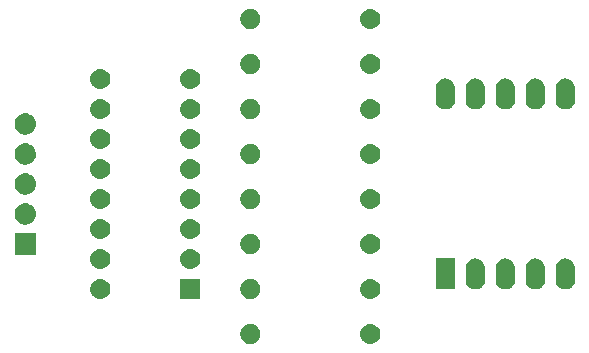
<source format=gbr>
G04 #@! TF.GenerationSoftware,KiCad,Pcbnew,(5.0.1-3-g963ef8bb5)*
G04 #@! TF.CreationDate,2018-11-27T14:44:22+08:00*
G04 #@! TF.ProjectId,SevenSegmentDisplayBoard,536576656E5365676D656E7444697370,1.0*
G04 #@! TF.SameCoordinates,Original*
G04 #@! TF.FileFunction,Soldermask,Bot*
G04 #@! TF.FilePolarity,Negative*
%FSLAX46Y46*%
G04 Gerber Fmt 4.6, Leading zero omitted, Abs format (unit mm)*
G04 Created by KiCad (PCBNEW (5.0.1-3-g963ef8bb5)) date 2018 November 27, Tuesday 14:44:22*
%MOMM*%
%LPD*%
G01*
G04 APERTURE LIST*
%ADD10C,0.100000*%
G04 APERTURE END LIST*
D10*
G36*
X162726821Y-93141313D02*
X162726824Y-93141314D01*
X162726825Y-93141314D01*
X162887239Y-93189975D01*
X162887241Y-93189976D01*
X162887244Y-93189977D01*
X163035078Y-93268995D01*
X163164659Y-93375341D01*
X163271005Y-93504922D01*
X163350023Y-93652756D01*
X163350024Y-93652759D01*
X163350025Y-93652761D01*
X163398686Y-93813175D01*
X163398687Y-93813179D01*
X163415117Y-93980000D01*
X163398687Y-94146821D01*
X163398686Y-94146824D01*
X163398686Y-94146825D01*
X163373993Y-94228228D01*
X163350023Y-94307244D01*
X163271005Y-94455078D01*
X163164659Y-94584659D01*
X163035078Y-94691005D01*
X162887244Y-94770023D01*
X162887241Y-94770024D01*
X162887239Y-94770025D01*
X162726825Y-94818686D01*
X162726824Y-94818686D01*
X162726821Y-94818687D01*
X162601804Y-94831000D01*
X162518196Y-94831000D01*
X162393179Y-94818687D01*
X162393176Y-94818686D01*
X162393175Y-94818686D01*
X162232761Y-94770025D01*
X162232759Y-94770024D01*
X162232756Y-94770023D01*
X162084922Y-94691005D01*
X161955341Y-94584659D01*
X161848995Y-94455078D01*
X161769977Y-94307244D01*
X161746008Y-94228228D01*
X161721314Y-94146825D01*
X161721314Y-94146824D01*
X161721313Y-94146821D01*
X161704883Y-93980000D01*
X161721313Y-93813179D01*
X161721314Y-93813175D01*
X161769975Y-93652761D01*
X161769976Y-93652759D01*
X161769977Y-93652756D01*
X161848995Y-93504922D01*
X161955341Y-93375341D01*
X162084922Y-93268995D01*
X162232756Y-93189977D01*
X162232759Y-93189976D01*
X162232761Y-93189975D01*
X162393175Y-93141314D01*
X162393176Y-93141314D01*
X162393179Y-93141313D01*
X162518196Y-93129000D01*
X162601804Y-93129000D01*
X162726821Y-93141313D01*
X162726821Y-93141313D01*
G37*
G36*
X152648228Y-93161703D02*
X152803100Y-93225853D01*
X152942481Y-93318985D01*
X153061015Y-93437519D01*
X153154147Y-93576900D01*
X153218297Y-93731772D01*
X153251000Y-93896184D01*
X153251000Y-94063816D01*
X153218297Y-94228228D01*
X153154147Y-94383100D01*
X153061015Y-94522481D01*
X152942481Y-94641015D01*
X152803100Y-94734147D01*
X152648228Y-94798297D01*
X152483816Y-94831000D01*
X152316184Y-94831000D01*
X152151772Y-94798297D01*
X151996900Y-94734147D01*
X151857519Y-94641015D01*
X151738985Y-94522481D01*
X151645853Y-94383100D01*
X151581703Y-94228228D01*
X151549000Y-94063816D01*
X151549000Y-93896184D01*
X151581703Y-93731772D01*
X151645853Y-93576900D01*
X151738985Y-93437519D01*
X151857519Y-93318985D01*
X151996900Y-93225853D01*
X152151772Y-93161703D01*
X152316184Y-93129000D01*
X152483816Y-93129000D01*
X152648228Y-93161703D01*
X152648228Y-93161703D01*
G37*
G36*
X162726821Y-89331313D02*
X162726824Y-89331314D01*
X162726825Y-89331314D01*
X162887239Y-89379975D01*
X162887241Y-89379976D01*
X162887244Y-89379977D01*
X163035078Y-89458995D01*
X163164659Y-89565341D01*
X163271005Y-89694922D01*
X163350023Y-89842756D01*
X163350024Y-89842759D01*
X163350025Y-89842761D01*
X163390946Y-89977659D01*
X163398687Y-90003179D01*
X163415117Y-90170000D01*
X163398687Y-90336821D01*
X163398686Y-90336824D01*
X163398686Y-90336825D01*
X163373993Y-90418228D01*
X163350023Y-90497244D01*
X163271005Y-90645078D01*
X163164659Y-90774659D01*
X163035078Y-90881005D01*
X162887244Y-90960023D01*
X162887241Y-90960024D01*
X162887239Y-90960025D01*
X162726825Y-91008686D01*
X162726824Y-91008686D01*
X162726821Y-91008687D01*
X162601804Y-91021000D01*
X162518196Y-91021000D01*
X162393179Y-91008687D01*
X162393176Y-91008686D01*
X162393175Y-91008686D01*
X162232761Y-90960025D01*
X162232759Y-90960024D01*
X162232756Y-90960023D01*
X162084922Y-90881005D01*
X161955341Y-90774659D01*
X161848995Y-90645078D01*
X161769977Y-90497244D01*
X161746008Y-90418228D01*
X161721314Y-90336825D01*
X161721314Y-90336824D01*
X161721313Y-90336821D01*
X161704883Y-90170000D01*
X161721313Y-90003179D01*
X161729054Y-89977659D01*
X161769975Y-89842761D01*
X161769976Y-89842759D01*
X161769977Y-89842756D01*
X161848995Y-89694922D01*
X161955341Y-89565341D01*
X162084922Y-89458995D01*
X162232756Y-89379977D01*
X162232759Y-89379976D01*
X162232761Y-89379975D01*
X162393175Y-89331314D01*
X162393176Y-89331314D01*
X162393179Y-89331313D01*
X162518196Y-89319000D01*
X162601804Y-89319000D01*
X162726821Y-89331313D01*
X162726821Y-89331313D01*
G37*
G36*
X152648228Y-89351703D02*
X152803100Y-89415853D01*
X152942481Y-89508985D01*
X153061015Y-89627519D01*
X153154147Y-89766900D01*
X153218297Y-89921772D01*
X153251000Y-90086184D01*
X153251000Y-90253816D01*
X153218297Y-90418228D01*
X153154147Y-90573100D01*
X153061015Y-90712481D01*
X152942481Y-90831015D01*
X152803100Y-90924147D01*
X152648228Y-90988297D01*
X152483816Y-91021000D01*
X152316184Y-91021000D01*
X152151772Y-90988297D01*
X151996900Y-90924147D01*
X151857519Y-90831015D01*
X151738985Y-90712481D01*
X151645853Y-90573100D01*
X151581703Y-90418228D01*
X151549000Y-90253816D01*
X151549000Y-90086184D01*
X151581703Y-89921772D01*
X151645853Y-89766900D01*
X151738985Y-89627519D01*
X151857519Y-89508985D01*
X151996900Y-89415853D01*
X152151772Y-89351703D01*
X152316184Y-89319000D01*
X152483816Y-89319000D01*
X152648228Y-89351703D01*
X152648228Y-89351703D01*
G37*
G36*
X148171000Y-91021000D02*
X146469000Y-91021000D01*
X146469000Y-89319000D01*
X148171000Y-89319000D01*
X148171000Y-91021000D01*
X148171000Y-91021000D01*
G37*
G36*
X139866821Y-89331313D02*
X139866824Y-89331314D01*
X139866825Y-89331314D01*
X140027239Y-89379975D01*
X140027241Y-89379976D01*
X140027244Y-89379977D01*
X140175078Y-89458995D01*
X140304659Y-89565341D01*
X140411005Y-89694922D01*
X140490023Y-89842756D01*
X140490024Y-89842759D01*
X140490025Y-89842761D01*
X140530946Y-89977659D01*
X140538687Y-90003179D01*
X140555117Y-90170000D01*
X140538687Y-90336821D01*
X140538686Y-90336824D01*
X140538686Y-90336825D01*
X140513993Y-90418228D01*
X140490023Y-90497244D01*
X140411005Y-90645078D01*
X140304659Y-90774659D01*
X140175078Y-90881005D01*
X140027244Y-90960023D01*
X140027241Y-90960024D01*
X140027239Y-90960025D01*
X139866825Y-91008686D01*
X139866824Y-91008686D01*
X139866821Y-91008687D01*
X139741804Y-91021000D01*
X139658196Y-91021000D01*
X139533179Y-91008687D01*
X139533176Y-91008686D01*
X139533175Y-91008686D01*
X139372761Y-90960025D01*
X139372759Y-90960024D01*
X139372756Y-90960023D01*
X139224922Y-90881005D01*
X139095341Y-90774659D01*
X138988995Y-90645078D01*
X138909977Y-90497244D01*
X138886008Y-90418228D01*
X138861314Y-90336825D01*
X138861314Y-90336824D01*
X138861313Y-90336821D01*
X138844883Y-90170000D01*
X138861313Y-90003179D01*
X138869054Y-89977659D01*
X138909975Y-89842761D01*
X138909976Y-89842759D01*
X138909977Y-89842756D01*
X138988995Y-89694922D01*
X139095341Y-89565341D01*
X139224922Y-89458995D01*
X139372756Y-89379977D01*
X139372759Y-89379976D01*
X139372761Y-89379975D01*
X139533175Y-89331314D01*
X139533176Y-89331314D01*
X139533179Y-89331313D01*
X139658196Y-89319000D01*
X139741804Y-89319000D01*
X139866821Y-89331313D01*
X139866821Y-89331313D01*
G37*
G36*
X171609375Y-87598764D02*
X171711542Y-87629756D01*
X171762627Y-87645252D01*
X171838120Y-87685605D01*
X171903863Y-87720745D01*
X171903865Y-87720746D01*
X171903864Y-87720746D01*
X172027659Y-87822341D01*
X172129255Y-87946135D01*
X172204748Y-88087372D01*
X172210119Y-88105078D01*
X172251236Y-88240624D01*
X172251236Y-88240626D01*
X172263000Y-88360066D01*
X172263000Y-89439934D01*
X172259079Y-89479747D01*
X172251236Y-89559376D01*
X172230565Y-89627519D01*
X172204748Y-89712628D01*
X172129255Y-89853865D01*
X172027659Y-89977659D01*
X171903865Y-90079255D01*
X171762628Y-90154748D01*
X171712348Y-90170000D01*
X171609376Y-90201236D01*
X171450000Y-90216933D01*
X171290625Y-90201236D01*
X171187653Y-90170000D01*
X171137373Y-90154748D01*
X170996136Y-90079255D01*
X170872342Y-89977659D01*
X170770746Y-89853865D01*
X170695253Y-89712628D01*
X170669436Y-89627519D01*
X170648765Y-89559376D01*
X170640922Y-89479747D01*
X170637001Y-89439934D01*
X170637000Y-88360067D01*
X170648764Y-88240627D01*
X170648764Y-88240625D01*
X170679756Y-88138458D01*
X170695252Y-88087373D01*
X170735605Y-88011880D01*
X170770745Y-87946137D01*
X170872341Y-87822341D01*
X170903437Y-87796821D01*
X170996135Y-87720745D01*
X171137372Y-87645252D01*
X171188457Y-87629756D01*
X171290624Y-87598764D01*
X171450000Y-87583067D01*
X171609375Y-87598764D01*
X171609375Y-87598764D01*
G37*
G36*
X174149375Y-87598764D02*
X174251542Y-87629756D01*
X174302627Y-87645252D01*
X174378120Y-87685605D01*
X174443863Y-87720745D01*
X174443865Y-87720746D01*
X174443864Y-87720746D01*
X174567659Y-87822341D01*
X174669255Y-87946135D01*
X174744748Y-88087372D01*
X174750119Y-88105078D01*
X174791236Y-88240624D01*
X174791236Y-88240626D01*
X174803000Y-88360066D01*
X174803000Y-89439934D01*
X174799079Y-89479747D01*
X174791236Y-89559376D01*
X174770565Y-89627519D01*
X174744748Y-89712628D01*
X174669255Y-89853865D01*
X174567659Y-89977659D01*
X174443865Y-90079255D01*
X174302628Y-90154748D01*
X174252348Y-90170000D01*
X174149376Y-90201236D01*
X173990000Y-90216933D01*
X173830625Y-90201236D01*
X173727653Y-90170000D01*
X173677373Y-90154748D01*
X173536136Y-90079255D01*
X173412342Y-89977659D01*
X173310746Y-89853865D01*
X173235253Y-89712628D01*
X173209436Y-89627519D01*
X173188765Y-89559376D01*
X173180922Y-89479747D01*
X173177001Y-89439934D01*
X173177000Y-88360067D01*
X173188764Y-88240627D01*
X173188764Y-88240625D01*
X173219756Y-88138458D01*
X173235252Y-88087373D01*
X173275605Y-88011880D01*
X173310745Y-87946137D01*
X173412341Y-87822341D01*
X173443437Y-87796821D01*
X173536135Y-87720745D01*
X173677372Y-87645252D01*
X173728457Y-87629756D01*
X173830624Y-87598764D01*
X173990000Y-87583067D01*
X174149375Y-87598764D01*
X174149375Y-87598764D01*
G37*
G36*
X176689375Y-87598764D02*
X176791542Y-87629756D01*
X176842627Y-87645252D01*
X176918120Y-87685605D01*
X176983863Y-87720745D01*
X176983865Y-87720746D01*
X176983864Y-87720746D01*
X177107659Y-87822341D01*
X177209255Y-87946135D01*
X177284748Y-88087372D01*
X177290119Y-88105078D01*
X177331236Y-88240624D01*
X177331236Y-88240626D01*
X177343000Y-88360066D01*
X177343000Y-89439934D01*
X177339079Y-89479747D01*
X177331236Y-89559376D01*
X177310565Y-89627519D01*
X177284748Y-89712628D01*
X177209255Y-89853865D01*
X177107659Y-89977659D01*
X176983865Y-90079255D01*
X176842628Y-90154748D01*
X176792348Y-90170000D01*
X176689376Y-90201236D01*
X176530000Y-90216933D01*
X176370625Y-90201236D01*
X176267653Y-90170000D01*
X176217373Y-90154748D01*
X176076136Y-90079255D01*
X175952342Y-89977659D01*
X175850746Y-89853865D01*
X175775253Y-89712628D01*
X175749436Y-89627519D01*
X175728765Y-89559376D01*
X175720922Y-89479747D01*
X175717001Y-89439934D01*
X175717000Y-88360067D01*
X175728764Y-88240627D01*
X175728764Y-88240625D01*
X175759756Y-88138458D01*
X175775252Y-88087373D01*
X175815605Y-88011880D01*
X175850745Y-87946137D01*
X175952341Y-87822341D01*
X175983437Y-87796821D01*
X176076135Y-87720745D01*
X176217372Y-87645252D01*
X176268457Y-87629756D01*
X176370624Y-87598764D01*
X176530000Y-87583067D01*
X176689375Y-87598764D01*
X176689375Y-87598764D01*
G37*
G36*
X179229375Y-87598764D02*
X179331542Y-87629756D01*
X179382627Y-87645252D01*
X179458120Y-87685605D01*
X179523863Y-87720745D01*
X179523865Y-87720746D01*
X179523864Y-87720746D01*
X179647659Y-87822341D01*
X179749255Y-87946135D01*
X179824748Y-88087372D01*
X179830119Y-88105078D01*
X179871236Y-88240624D01*
X179871236Y-88240626D01*
X179883000Y-88360066D01*
X179883000Y-89439934D01*
X179879079Y-89479747D01*
X179871236Y-89559376D01*
X179850565Y-89627519D01*
X179824748Y-89712628D01*
X179749255Y-89853865D01*
X179647659Y-89977659D01*
X179523865Y-90079255D01*
X179382628Y-90154748D01*
X179332348Y-90170000D01*
X179229376Y-90201236D01*
X179070000Y-90216933D01*
X178910625Y-90201236D01*
X178807653Y-90170000D01*
X178757373Y-90154748D01*
X178616136Y-90079255D01*
X178492342Y-89977659D01*
X178390746Y-89853865D01*
X178315253Y-89712628D01*
X178289436Y-89627519D01*
X178268765Y-89559376D01*
X178260922Y-89479747D01*
X178257001Y-89439934D01*
X178257000Y-88360067D01*
X178268764Y-88240627D01*
X178268764Y-88240625D01*
X178299756Y-88138458D01*
X178315252Y-88087373D01*
X178355605Y-88011880D01*
X178390745Y-87946137D01*
X178492341Y-87822341D01*
X178523437Y-87796821D01*
X178616135Y-87720745D01*
X178757372Y-87645252D01*
X178808457Y-87629756D01*
X178910624Y-87598764D01*
X179070000Y-87583067D01*
X179229375Y-87598764D01*
X179229375Y-87598764D01*
G37*
G36*
X169723000Y-90213000D02*
X168097000Y-90213000D01*
X168097000Y-87587000D01*
X169723000Y-87587000D01*
X169723000Y-90213000D01*
X169723000Y-90213000D01*
G37*
G36*
X147486821Y-86791313D02*
X147486824Y-86791314D01*
X147486825Y-86791314D01*
X147647239Y-86839975D01*
X147647241Y-86839976D01*
X147647244Y-86839977D01*
X147795078Y-86918995D01*
X147924659Y-87025341D01*
X148031005Y-87154922D01*
X148110023Y-87302756D01*
X148158687Y-87463179D01*
X148175117Y-87630000D01*
X148158687Y-87796821D01*
X148158686Y-87796824D01*
X148158686Y-87796825D01*
X148113393Y-87946137D01*
X148110023Y-87957244D01*
X148031005Y-88105078D01*
X147924659Y-88234659D01*
X147795078Y-88341005D01*
X147647244Y-88420023D01*
X147647241Y-88420024D01*
X147647239Y-88420025D01*
X147486825Y-88468686D01*
X147486824Y-88468686D01*
X147486821Y-88468687D01*
X147361804Y-88481000D01*
X147278196Y-88481000D01*
X147153179Y-88468687D01*
X147153176Y-88468686D01*
X147153175Y-88468686D01*
X146992761Y-88420025D01*
X146992759Y-88420024D01*
X146992756Y-88420023D01*
X146844922Y-88341005D01*
X146715341Y-88234659D01*
X146608995Y-88105078D01*
X146529977Y-87957244D01*
X146526608Y-87946137D01*
X146481314Y-87796825D01*
X146481314Y-87796824D01*
X146481313Y-87796821D01*
X146464883Y-87630000D01*
X146481313Y-87463179D01*
X146529977Y-87302756D01*
X146608995Y-87154922D01*
X146715341Y-87025341D01*
X146844922Y-86918995D01*
X146992756Y-86839977D01*
X146992759Y-86839976D01*
X146992761Y-86839975D01*
X147153175Y-86791314D01*
X147153176Y-86791314D01*
X147153179Y-86791313D01*
X147278196Y-86779000D01*
X147361804Y-86779000D01*
X147486821Y-86791313D01*
X147486821Y-86791313D01*
G37*
G36*
X139866821Y-86791313D02*
X139866824Y-86791314D01*
X139866825Y-86791314D01*
X140027239Y-86839975D01*
X140027241Y-86839976D01*
X140027244Y-86839977D01*
X140175078Y-86918995D01*
X140304659Y-87025341D01*
X140411005Y-87154922D01*
X140490023Y-87302756D01*
X140538687Y-87463179D01*
X140555117Y-87630000D01*
X140538687Y-87796821D01*
X140538686Y-87796824D01*
X140538686Y-87796825D01*
X140493393Y-87946137D01*
X140490023Y-87957244D01*
X140411005Y-88105078D01*
X140304659Y-88234659D01*
X140175078Y-88341005D01*
X140027244Y-88420023D01*
X140027241Y-88420024D01*
X140027239Y-88420025D01*
X139866825Y-88468686D01*
X139866824Y-88468686D01*
X139866821Y-88468687D01*
X139741804Y-88481000D01*
X139658196Y-88481000D01*
X139533179Y-88468687D01*
X139533176Y-88468686D01*
X139533175Y-88468686D01*
X139372761Y-88420025D01*
X139372759Y-88420024D01*
X139372756Y-88420023D01*
X139224922Y-88341005D01*
X139095341Y-88234659D01*
X138988995Y-88105078D01*
X138909977Y-87957244D01*
X138906608Y-87946137D01*
X138861314Y-87796825D01*
X138861314Y-87796824D01*
X138861313Y-87796821D01*
X138844883Y-87630000D01*
X138861313Y-87463179D01*
X138909977Y-87302756D01*
X138988995Y-87154922D01*
X139095341Y-87025341D01*
X139224922Y-86918995D01*
X139372756Y-86839977D01*
X139372759Y-86839976D01*
X139372761Y-86839975D01*
X139533175Y-86791314D01*
X139533176Y-86791314D01*
X139533179Y-86791313D01*
X139658196Y-86779000D01*
X139741804Y-86779000D01*
X139866821Y-86791313D01*
X139866821Y-86791313D01*
G37*
G36*
X134251000Y-87261000D02*
X132449000Y-87261000D01*
X132449000Y-85459000D01*
X134251000Y-85459000D01*
X134251000Y-87261000D01*
X134251000Y-87261000D01*
G37*
G36*
X162726821Y-85521313D02*
X162726824Y-85521314D01*
X162726825Y-85521314D01*
X162887239Y-85569975D01*
X162887241Y-85569976D01*
X162887244Y-85569977D01*
X163035078Y-85648995D01*
X163164659Y-85755341D01*
X163271005Y-85884922D01*
X163350023Y-86032756D01*
X163350024Y-86032759D01*
X163350025Y-86032761D01*
X163398686Y-86193175D01*
X163398687Y-86193179D01*
X163415117Y-86360000D01*
X163398687Y-86526821D01*
X163398686Y-86526824D01*
X163398686Y-86526825D01*
X163373993Y-86608228D01*
X163350023Y-86687244D01*
X163271005Y-86835078D01*
X163164659Y-86964659D01*
X163035078Y-87071005D01*
X162887244Y-87150023D01*
X162887241Y-87150024D01*
X162887239Y-87150025D01*
X162726825Y-87198686D01*
X162726824Y-87198686D01*
X162726821Y-87198687D01*
X162601804Y-87211000D01*
X162518196Y-87211000D01*
X162393179Y-87198687D01*
X162393176Y-87198686D01*
X162393175Y-87198686D01*
X162232761Y-87150025D01*
X162232759Y-87150024D01*
X162232756Y-87150023D01*
X162084922Y-87071005D01*
X161955341Y-86964659D01*
X161848995Y-86835078D01*
X161769977Y-86687244D01*
X161746008Y-86608228D01*
X161721314Y-86526825D01*
X161721314Y-86526824D01*
X161721313Y-86526821D01*
X161704883Y-86360000D01*
X161721313Y-86193179D01*
X161721314Y-86193175D01*
X161769975Y-86032761D01*
X161769976Y-86032759D01*
X161769977Y-86032756D01*
X161848995Y-85884922D01*
X161955341Y-85755341D01*
X162084922Y-85648995D01*
X162232756Y-85569977D01*
X162232759Y-85569976D01*
X162232761Y-85569975D01*
X162393175Y-85521314D01*
X162393176Y-85521314D01*
X162393179Y-85521313D01*
X162518196Y-85509000D01*
X162601804Y-85509000D01*
X162726821Y-85521313D01*
X162726821Y-85521313D01*
G37*
G36*
X152648228Y-85541703D02*
X152803100Y-85605853D01*
X152942481Y-85698985D01*
X153061015Y-85817519D01*
X153154147Y-85956900D01*
X153218297Y-86111772D01*
X153251000Y-86276184D01*
X153251000Y-86443816D01*
X153218297Y-86608228D01*
X153154147Y-86763100D01*
X153061015Y-86902481D01*
X152942481Y-87021015D01*
X152803100Y-87114147D01*
X152648228Y-87178297D01*
X152483816Y-87211000D01*
X152316184Y-87211000D01*
X152151772Y-87178297D01*
X151996900Y-87114147D01*
X151857519Y-87021015D01*
X151738985Y-86902481D01*
X151645853Y-86763100D01*
X151581703Y-86608228D01*
X151549000Y-86443816D01*
X151549000Y-86276184D01*
X151581703Y-86111772D01*
X151645853Y-85956900D01*
X151738985Y-85817519D01*
X151857519Y-85698985D01*
X151996900Y-85605853D01*
X152151772Y-85541703D01*
X152316184Y-85509000D01*
X152483816Y-85509000D01*
X152648228Y-85541703D01*
X152648228Y-85541703D01*
G37*
G36*
X139866821Y-84251313D02*
X139866824Y-84251314D01*
X139866825Y-84251314D01*
X140027239Y-84299975D01*
X140027241Y-84299976D01*
X140027244Y-84299977D01*
X140175078Y-84378995D01*
X140304659Y-84485341D01*
X140411005Y-84614922D01*
X140490023Y-84762756D01*
X140538687Y-84923179D01*
X140555117Y-85090000D01*
X140538687Y-85256821D01*
X140490023Y-85417244D01*
X140411005Y-85565078D01*
X140304659Y-85694659D01*
X140175078Y-85801005D01*
X140027244Y-85880023D01*
X140027241Y-85880024D01*
X140027239Y-85880025D01*
X139866825Y-85928686D01*
X139866824Y-85928686D01*
X139866821Y-85928687D01*
X139741804Y-85941000D01*
X139658196Y-85941000D01*
X139533179Y-85928687D01*
X139533176Y-85928686D01*
X139533175Y-85928686D01*
X139372761Y-85880025D01*
X139372759Y-85880024D01*
X139372756Y-85880023D01*
X139224922Y-85801005D01*
X139095341Y-85694659D01*
X138988995Y-85565078D01*
X138909977Y-85417244D01*
X138861313Y-85256821D01*
X138844883Y-85090000D01*
X138861313Y-84923179D01*
X138909977Y-84762756D01*
X138988995Y-84614922D01*
X139095341Y-84485341D01*
X139224922Y-84378995D01*
X139372756Y-84299977D01*
X139372759Y-84299976D01*
X139372761Y-84299975D01*
X139533175Y-84251314D01*
X139533176Y-84251314D01*
X139533179Y-84251313D01*
X139658196Y-84239000D01*
X139741804Y-84239000D01*
X139866821Y-84251313D01*
X139866821Y-84251313D01*
G37*
G36*
X147486821Y-84251313D02*
X147486824Y-84251314D01*
X147486825Y-84251314D01*
X147647239Y-84299975D01*
X147647241Y-84299976D01*
X147647244Y-84299977D01*
X147795078Y-84378995D01*
X147924659Y-84485341D01*
X148031005Y-84614922D01*
X148110023Y-84762756D01*
X148158687Y-84923179D01*
X148175117Y-85090000D01*
X148158687Y-85256821D01*
X148110023Y-85417244D01*
X148031005Y-85565078D01*
X147924659Y-85694659D01*
X147795078Y-85801005D01*
X147647244Y-85880023D01*
X147647241Y-85880024D01*
X147647239Y-85880025D01*
X147486825Y-85928686D01*
X147486824Y-85928686D01*
X147486821Y-85928687D01*
X147361804Y-85941000D01*
X147278196Y-85941000D01*
X147153179Y-85928687D01*
X147153176Y-85928686D01*
X147153175Y-85928686D01*
X146992761Y-85880025D01*
X146992759Y-85880024D01*
X146992756Y-85880023D01*
X146844922Y-85801005D01*
X146715341Y-85694659D01*
X146608995Y-85565078D01*
X146529977Y-85417244D01*
X146481313Y-85256821D01*
X146464883Y-85090000D01*
X146481313Y-84923179D01*
X146529977Y-84762756D01*
X146608995Y-84614922D01*
X146715341Y-84485341D01*
X146844922Y-84378995D01*
X146992756Y-84299977D01*
X146992759Y-84299976D01*
X146992761Y-84299975D01*
X147153175Y-84251314D01*
X147153176Y-84251314D01*
X147153179Y-84251313D01*
X147278196Y-84239000D01*
X147361804Y-84239000D01*
X147486821Y-84251313D01*
X147486821Y-84251313D01*
G37*
G36*
X133460443Y-82925519D02*
X133526627Y-82932037D01*
X133639853Y-82966384D01*
X133696467Y-82983557D01*
X133774146Y-83025078D01*
X133852991Y-83067222D01*
X133883769Y-83092481D01*
X133990186Y-83179814D01*
X134073448Y-83281271D01*
X134102778Y-83317009D01*
X134102779Y-83317011D01*
X134186443Y-83473533D01*
X134186443Y-83473534D01*
X134237963Y-83643373D01*
X134255359Y-83820000D01*
X134237963Y-83996627D01*
X134203616Y-84109853D01*
X134186443Y-84166467D01*
X134115080Y-84299975D01*
X134102778Y-84322991D01*
X134073448Y-84358729D01*
X133990186Y-84460186D01*
X133888729Y-84543448D01*
X133852991Y-84572778D01*
X133852989Y-84572779D01*
X133696467Y-84656443D01*
X133639853Y-84673616D01*
X133526627Y-84707963D01*
X133460443Y-84714481D01*
X133394260Y-84721000D01*
X133305740Y-84721000D01*
X133239557Y-84714481D01*
X133173373Y-84707963D01*
X133060147Y-84673616D01*
X133003533Y-84656443D01*
X132847011Y-84572779D01*
X132847009Y-84572778D01*
X132811271Y-84543448D01*
X132709814Y-84460186D01*
X132626552Y-84358729D01*
X132597222Y-84322991D01*
X132584920Y-84299975D01*
X132513557Y-84166467D01*
X132496384Y-84109853D01*
X132462037Y-83996627D01*
X132444641Y-83820000D01*
X132462037Y-83643373D01*
X132513557Y-83473534D01*
X132513557Y-83473533D01*
X132597221Y-83317011D01*
X132597222Y-83317009D01*
X132626552Y-83281271D01*
X132709814Y-83179814D01*
X132816231Y-83092481D01*
X132847009Y-83067222D01*
X132925854Y-83025078D01*
X133003533Y-82983557D01*
X133060147Y-82966384D01*
X133173373Y-82932037D01*
X133239557Y-82925519D01*
X133305740Y-82919000D01*
X133394260Y-82919000D01*
X133460443Y-82925519D01*
X133460443Y-82925519D01*
G37*
G36*
X147486821Y-81711313D02*
X147486824Y-81711314D01*
X147486825Y-81711314D01*
X147647239Y-81759975D01*
X147647241Y-81759976D01*
X147647244Y-81759977D01*
X147795078Y-81838995D01*
X147924659Y-81945341D01*
X148031005Y-82074922D01*
X148110023Y-82222756D01*
X148110024Y-82222759D01*
X148110025Y-82222761D01*
X148158686Y-82383175D01*
X148158687Y-82383179D01*
X148175117Y-82550000D01*
X148158687Y-82716821D01*
X148158686Y-82716824D01*
X148158686Y-82716825D01*
X148133993Y-82798228D01*
X148110023Y-82877244D01*
X148031005Y-83025078D01*
X147924659Y-83154659D01*
X147795078Y-83261005D01*
X147647244Y-83340023D01*
X147647241Y-83340024D01*
X147647239Y-83340025D01*
X147486825Y-83388686D01*
X147486824Y-83388686D01*
X147486821Y-83388687D01*
X147361804Y-83401000D01*
X147278196Y-83401000D01*
X147153179Y-83388687D01*
X147153176Y-83388686D01*
X147153175Y-83388686D01*
X146992761Y-83340025D01*
X146992759Y-83340024D01*
X146992756Y-83340023D01*
X146844922Y-83261005D01*
X146715341Y-83154659D01*
X146608995Y-83025078D01*
X146529977Y-82877244D01*
X146506008Y-82798228D01*
X146481314Y-82716825D01*
X146481314Y-82716824D01*
X146481313Y-82716821D01*
X146464883Y-82550000D01*
X146481313Y-82383179D01*
X146481314Y-82383175D01*
X146529975Y-82222761D01*
X146529976Y-82222759D01*
X146529977Y-82222756D01*
X146608995Y-82074922D01*
X146715341Y-81945341D01*
X146844922Y-81838995D01*
X146992756Y-81759977D01*
X146992759Y-81759976D01*
X146992761Y-81759975D01*
X147153175Y-81711314D01*
X147153176Y-81711314D01*
X147153179Y-81711313D01*
X147278196Y-81699000D01*
X147361804Y-81699000D01*
X147486821Y-81711313D01*
X147486821Y-81711313D01*
G37*
G36*
X139866821Y-81711313D02*
X139866824Y-81711314D01*
X139866825Y-81711314D01*
X140027239Y-81759975D01*
X140027241Y-81759976D01*
X140027244Y-81759977D01*
X140175078Y-81838995D01*
X140304659Y-81945341D01*
X140411005Y-82074922D01*
X140490023Y-82222756D01*
X140490024Y-82222759D01*
X140490025Y-82222761D01*
X140538686Y-82383175D01*
X140538687Y-82383179D01*
X140555117Y-82550000D01*
X140538687Y-82716821D01*
X140538686Y-82716824D01*
X140538686Y-82716825D01*
X140513993Y-82798228D01*
X140490023Y-82877244D01*
X140411005Y-83025078D01*
X140304659Y-83154659D01*
X140175078Y-83261005D01*
X140027244Y-83340023D01*
X140027241Y-83340024D01*
X140027239Y-83340025D01*
X139866825Y-83388686D01*
X139866824Y-83388686D01*
X139866821Y-83388687D01*
X139741804Y-83401000D01*
X139658196Y-83401000D01*
X139533179Y-83388687D01*
X139533176Y-83388686D01*
X139533175Y-83388686D01*
X139372761Y-83340025D01*
X139372759Y-83340024D01*
X139372756Y-83340023D01*
X139224922Y-83261005D01*
X139095341Y-83154659D01*
X138988995Y-83025078D01*
X138909977Y-82877244D01*
X138886008Y-82798228D01*
X138861314Y-82716825D01*
X138861314Y-82716824D01*
X138861313Y-82716821D01*
X138844883Y-82550000D01*
X138861313Y-82383179D01*
X138861314Y-82383175D01*
X138909975Y-82222761D01*
X138909976Y-82222759D01*
X138909977Y-82222756D01*
X138988995Y-82074922D01*
X139095341Y-81945341D01*
X139224922Y-81838995D01*
X139372756Y-81759977D01*
X139372759Y-81759976D01*
X139372761Y-81759975D01*
X139533175Y-81711314D01*
X139533176Y-81711314D01*
X139533179Y-81711313D01*
X139658196Y-81699000D01*
X139741804Y-81699000D01*
X139866821Y-81711313D01*
X139866821Y-81711313D01*
G37*
G36*
X152648228Y-81731703D02*
X152803100Y-81795853D01*
X152942481Y-81888985D01*
X153061015Y-82007519D01*
X153154147Y-82146900D01*
X153218297Y-82301772D01*
X153251000Y-82466184D01*
X153251000Y-82633816D01*
X153218297Y-82798228D01*
X153154147Y-82953100D01*
X153061015Y-83092481D01*
X152942481Y-83211015D01*
X152803100Y-83304147D01*
X152648228Y-83368297D01*
X152483816Y-83401000D01*
X152316184Y-83401000D01*
X152151772Y-83368297D01*
X151996900Y-83304147D01*
X151857519Y-83211015D01*
X151738985Y-83092481D01*
X151645853Y-82953100D01*
X151581703Y-82798228D01*
X151549000Y-82633816D01*
X151549000Y-82466184D01*
X151581703Y-82301772D01*
X151645853Y-82146900D01*
X151738985Y-82007519D01*
X151857519Y-81888985D01*
X151996900Y-81795853D01*
X152151772Y-81731703D01*
X152316184Y-81699000D01*
X152483816Y-81699000D01*
X152648228Y-81731703D01*
X152648228Y-81731703D01*
G37*
G36*
X162726821Y-81711313D02*
X162726824Y-81711314D01*
X162726825Y-81711314D01*
X162887239Y-81759975D01*
X162887241Y-81759976D01*
X162887244Y-81759977D01*
X163035078Y-81838995D01*
X163164659Y-81945341D01*
X163271005Y-82074922D01*
X163350023Y-82222756D01*
X163350024Y-82222759D01*
X163350025Y-82222761D01*
X163398686Y-82383175D01*
X163398687Y-82383179D01*
X163415117Y-82550000D01*
X163398687Y-82716821D01*
X163398686Y-82716824D01*
X163398686Y-82716825D01*
X163373993Y-82798228D01*
X163350023Y-82877244D01*
X163271005Y-83025078D01*
X163164659Y-83154659D01*
X163035078Y-83261005D01*
X162887244Y-83340023D01*
X162887241Y-83340024D01*
X162887239Y-83340025D01*
X162726825Y-83388686D01*
X162726824Y-83388686D01*
X162726821Y-83388687D01*
X162601804Y-83401000D01*
X162518196Y-83401000D01*
X162393179Y-83388687D01*
X162393176Y-83388686D01*
X162393175Y-83388686D01*
X162232761Y-83340025D01*
X162232759Y-83340024D01*
X162232756Y-83340023D01*
X162084922Y-83261005D01*
X161955341Y-83154659D01*
X161848995Y-83025078D01*
X161769977Y-82877244D01*
X161746008Y-82798228D01*
X161721314Y-82716825D01*
X161721314Y-82716824D01*
X161721313Y-82716821D01*
X161704883Y-82550000D01*
X161721313Y-82383179D01*
X161721314Y-82383175D01*
X161769975Y-82222761D01*
X161769976Y-82222759D01*
X161769977Y-82222756D01*
X161848995Y-82074922D01*
X161955341Y-81945341D01*
X162084922Y-81838995D01*
X162232756Y-81759977D01*
X162232759Y-81759976D01*
X162232761Y-81759975D01*
X162393175Y-81711314D01*
X162393176Y-81711314D01*
X162393179Y-81711313D01*
X162518196Y-81699000D01*
X162601804Y-81699000D01*
X162726821Y-81711313D01*
X162726821Y-81711313D01*
G37*
G36*
X133460442Y-80385518D02*
X133526627Y-80392037D01*
X133639853Y-80426384D01*
X133696467Y-80443557D01*
X133774146Y-80485078D01*
X133852991Y-80527222D01*
X133888729Y-80556552D01*
X133990186Y-80639814D01*
X134073448Y-80741271D01*
X134102778Y-80777009D01*
X134102779Y-80777011D01*
X134186443Y-80933533D01*
X134186443Y-80933534D01*
X134237963Y-81103373D01*
X134255359Y-81280000D01*
X134237963Y-81456627D01*
X134203616Y-81569853D01*
X134186443Y-81626467D01*
X134130192Y-81731703D01*
X134102778Y-81782991D01*
X134073448Y-81818729D01*
X133990186Y-81920186D01*
X133888729Y-82003448D01*
X133852991Y-82032778D01*
X133852989Y-82032779D01*
X133696467Y-82116443D01*
X133639853Y-82133616D01*
X133526627Y-82167963D01*
X133460443Y-82174481D01*
X133394260Y-82181000D01*
X133305740Y-82181000D01*
X133239557Y-82174481D01*
X133173373Y-82167963D01*
X133060147Y-82133616D01*
X133003533Y-82116443D01*
X132847011Y-82032779D01*
X132847009Y-82032778D01*
X132811271Y-82003448D01*
X132709814Y-81920186D01*
X132626552Y-81818729D01*
X132597222Y-81782991D01*
X132569808Y-81731703D01*
X132513557Y-81626467D01*
X132496384Y-81569853D01*
X132462037Y-81456627D01*
X132444641Y-81280000D01*
X132462037Y-81103373D01*
X132513557Y-80933534D01*
X132513557Y-80933533D01*
X132597221Y-80777011D01*
X132597222Y-80777009D01*
X132626552Y-80741271D01*
X132709814Y-80639814D01*
X132811271Y-80556552D01*
X132847009Y-80527222D01*
X132925854Y-80485078D01*
X133003533Y-80443557D01*
X133060147Y-80426384D01*
X133173373Y-80392037D01*
X133239558Y-80385518D01*
X133305740Y-80379000D01*
X133394260Y-80379000D01*
X133460442Y-80385518D01*
X133460442Y-80385518D01*
G37*
G36*
X147486821Y-79171313D02*
X147486824Y-79171314D01*
X147486825Y-79171314D01*
X147647239Y-79219975D01*
X147647241Y-79219976D01*
X147647244Y-79219977D01*
X147795078Y-79298995D01*
X147924659Y-79405341D01*
X148031005Y-79534922D01*
X148110023Y-79682756D01*
X148158687Y-79843179D01*
X148175117Y-80010000D01*
X148158687Y-80176821D01*
X148110023Y-80337244D01*
X148031005Y-80485078D01*
X147924659Y-80614659D01*
X147795078Y-80721005D01*
X147647244Y-80800023D01*
X147647241Y-80800024D01*
X147647239Y-80800025D01*
X147486825Y-80848686D01*
X147486824Y-80848686D01*
X147486821Y-80848687D01*
X147361804Y-80861000D01*
X147278196Y-80861000D01*
X147153179Y-80848687D01*
X147153176Y-80848686D01*
X147153175Y-80848686D01*
X146992761Y-80800025D01*
X146992759Y-80800024D01*
X146992756Y-80800023D01*
X146844922Y-80721005D01*
X146715341Y-80614659D01*
X146608995Y-80485078D01*
X146529977Y-80337244D01*
X146481313Y-80176821D01*
X146464883Y-80010000D01*
X146481313Y-79843179D01*
X146529977Y-79682756D01*
X146608995Y-79534922D01*
X146715341Y-79405341D01*
X146844922Y-79298995D01*
X146992756Y-79219977D01*
X146992759Y-79219976D01*
X146992761Y-79219975D01*
X147153175Y-79171314D01*
X147153176Y-79171314D01*
X147153179Y-79171313D01*
X147278196Y-79159000D01*
X147361804Y-79159000D01*
X147486821Y-79171313D01*
X147486821Y-79171313D01*
G37*
G36*
X139866821Y-79171313D02*
X139866824Y-79171314D01*
X139866825Y-79171314D01*
X140027239Y-79219975D01*
X140027241Y-79219976D01*
X140027244Y-79219977D01*
X140175078Y-79298995D01*
X140304659Y-79405341D01*
X140411005Y-79534922D01*
X140490023Y-79682756D01*
X140538687Y-79843179D01*
X140555117Y-80010000D01*
X140538687Y-80176821D01*
X140490023Y-80337244D01*
X140411005Y-80485078D01*
X140304659Y-80614659D01*
X140175078Y-80721005D01*
X140027244Y-80800023D01*
X140027241Y-80800024D01*
X140027239Y-80800025D01*
X139866825Y-80848686D01*
X139866824Y-80848686D01*
X139866821Y-80848687D01*
X139741804Y-80861000D01*
X139658196Y-80861000D01*
X139533179Y-80848687D01*
X139533176Y-80848686D01*
X139533175Y-80848686D01*
X139372761Y-80800025D01*
X139372759Y-80800024D01*
X139372756Y-80800023D01*
X139224922Y-80721005D01*
X139095341Y-80614659D01*
X138988995Y-80485078D01*
X138909977Y-80337244D01*
X138861313Y-80176821D01*
X138844883Y-80010000D01*
X138861313Y-79843179D01*
X138909977Y-79682756D01*
X138988995Y-79534922D01*
X139095341Y-79405341D01*
X139224922Y-79298995D01*
X139372756Y-79219977D01*
X139372759Y-79219976D01*
X139372761Y-79219975D01*
X139533175Y-79171314D01*
X139533176Y-79171314D01*
X139533179Y-79171313D01*
X139658196Y-79159000D01*
X139741804Y-79159000D01*
X139866821Y-79171313D01*
X139866821Y-79171313D01*
G37*
G36*
X133460443Y-77845519D02*
X133526627Y-77852037D01*
X133639853Y-77886384D01*
X133696467Y-77903557D01*
X133783311Y-77949977D01*
X133852991Y-77987222D01*
X133888729Y-78016552D01*
X133990186Y-78099814D01*
X134070369Y-78197519D01*
X134102778Y-78237009D01*
X134102779Y-78237011D01*
X134186443Y-78393533D01*
X134203616Y-78450147D01*
X134237963Y-78563373D01*
X134255359Y-78740000D01*
X134237963Y-78916627D01*
X134216243Y-78988228D01*
X134186443Y-79086467D01*
X134117698Y-79215078D01*
X134102778Y-79242991D01*
X134073448Y-79278729D01*
X133990186Y-79380186D01*
X133888729Y-79463448D01*
X133852991Y-79492778D01*
X133852989Y-79492779D01*
X133696467Y-79576443D01*
X133689069Y-79578687D01*
X133526627Y-79627963D01*
X133460442Y-79634482D01*
X133394260Y-79641000D01*
X133305740Y-79641000D01*
X133239558Y-79634482D01*
X133173373Y-79627963D01*
X133010931Y-79578687D01*
X133003533Y-79576443D01*
X132847011Y-79492779D01*
X132847009Y-79492778D01*
X132811271Y-79463448D01*
X132709814Y-79380186D01*
X132626552Y-79278729D01*
X132597222Y-79242991D01*
X132582302Y-79215078D01*
X132513557Y-79086467D01*
X132483757Y-78988228D01*
X132462037Y-78916627D01*
X132444641Y-78740000D01*
X132462037Y-78563373D01*
X132496384Y-78450147D01*
X132513557Y-78393533D01*
X132597221Y-78237011D01*
X132597222Y-78237009D01*
X132629631Y-78197519D01*
X132709814Y-78099814D01*
X132811271Y-78016552D01*
X132847009Y-77987222D01*
X132916689Y-77949977D01*
X133003533Y-77903557D01*
X133060147Y-77886384D01*
X133173373Y-77852037D01*
X133239557Y-77845519D01*
X133305740Y-77839000D01*
X133394260Y-77839000D01*
X133460443Y-77845519D01*
X133460443Y-77845519D01*
G37*
G36*
X162726821Y-77901313D02*
X162726824Y-77901314D01*
X162726825Y-77901314D01*
X162887239Y-77949975D01*
X162887241Y-77949976D01*
X162887244Y-77949977D01*
X163035078Y-78028995D01*
X163164659Y-78135341D01*
X163271005Y-78264922D01*
X163350023Y-78412756D01*
X163350024Y-78412759D01*
X163350025Y-78412761D01*
X163395713Y-78563375D01*
X163398687Y-78573179D01*
X163415117Y-78740000D01*
X163398687Y-78906821D01*
X163398686Y-78906824D01*
X163398686Y-78906825D01*
X163373993Y-78988228D01*
X163350023Y-79067244D01*
X163271005Y-79215078D01*
X163164659Y-79344659D01*
X163035078Y-79451005D01*
X162887244Y-79530023D01*
X162887241Y-79530024D01*
X162887239Y-79530025D01*
X162726825Y-79578686D01*
X162726824Y-79578686D01*
X162726821Y-79578687D01*
X162601804Y-79591000D01*
X162518196Y-79591000D01*
X162393179Y-79578687D01*
X162393176Y-79578686D01*
X162393175Y-79578686D01*
X162232761Y-79530025D01*
X162232759Y-79530024D01*
X162232756Y-79530023D01*
X162084922Y-79451005D01*
X161955341Y-79344659D01*
X161848995Y-79215078D01*
X161769977Y-79067244D01*
X161746008Y-78988228D01*
X161721314Y-78906825D01*
X161721314Y-78906824D01*
X161721313Y-78906821D01*
X161704883Y-78740000D01*
X161721313Y-78573179D01*
X161724287Y-78563375D01*
X161769975Y-78412761D01*
X161769976Y-78412759D01*
X161769977Y-78412756D01*
X161848995Y-78264922D01*
X161955341Y-78135341D01*
X162084922Y-78028995D01*
X162232756Y-77949977D01*
X162232759Y-77949976D01*
X162232761Y-77949975D01*
X162393175Y-77901314D01*
X162393176Y-77901314D01*
X162393179Y-77901313D01*
X162518196Y-77889000D01*
X162601804Y-77889000D01*
X162726821Y-77901313D01*
X162726821Y-77901313D01*
G37*
G36*
X152648228Y-77921703D02*
X152803100Y-77985853D01*
X152942481Y-78078985D01*
X153061015Y-78197519D01*
X153154147Y-78336900D01*
X153218297Y-78491772D01*
X153251000Y-78656184D01*
X153251000Y-78823816D01*
X153218297Y-78988228D01*
X153154147Y-79143100D01*
X153061015Y-79282481D01*
X152942481Y-79401015D01*
X152803100Y-79494147D01*
X152648228Y-79558297D01*
X152483816Y-79591000D01*
X152316184Y-79591000D01*
X152151772Y-79558297D01*
X151996900Y-79494147D01*
X151857519Y-79401015D01*
X151738985Y-79282481D01*
X151645853Y-79143100D01*
X151581703Y-78988228D01*
X151549000Y-78823816D01*
X151549000Y-78656184D01*
X151581703Y-78491772D01*
X151645853Y-78336900D01*
X151738985Y-78197519D01*
X151857519Y-78078985D01*
X151996900Y-77985853D01*
X152151772Y-77921703D01*
X152316184Y-77889000D01*
X152483816Y-77889000D01*
X152648228Y-77921703D01*
X152648228Y-77921703D01*
G37*
G36*
X147486821Y-76631313D02*
X147486824Y-76631314D01*
X147486825Y-76631314D01*
X147647239Y-76679975D01*
X147647241Y-76679976D01*
X147647244Y-76679977D01*
X147795078Y-76758995D01*
X147924659Y-76865341D01*
X148031005Y-76994922D01*
X148110023Y-77142756D01*
X148158687Y-77303179D01*
X148175117Y-77470000D01*
X148158687Y-77636821D01*
X148110023Y-77797244D01*
X148031005Y-77945078D01*
X147924659Y-78074659D01*
X147795078Y-78181005D01*
X147647244Y-78260023D01*
X147647241Y-78260024D01*
X147647239Y-78260025D01*
X147486825Y-78308686D01*
X147486824Y-78308686D01*
X147486821Y-78308687D01*
X147361804Y-78321000D01*
X147278196Y-78321000D01*
X147153179Y-78308687D01*
X147153176Y-78308686D01*
X147153175Y-78308686D01*
X146992761Y-78260025D01*
X146992759Y-78260024D01*
X146992756Y-78260023D01*
X146844922Y-78181005D01*
X146715341Y-78074659D01*
X146608995Y-77945078D01*
X146529977Y-77797244D01*
X146481313Y-77636821D01*
X146464883Y-77470000D01*
X146481313Y-77303179D01*
X146529977Y-77142756D01*
X146608995Y-76994922D01*
X146715341Y-76865341D01*
X146844922Y-76758995D01*
X146992756Y-76679977D01*
X146992759Y-76679976D01*
X146992761Y-76679975D01*
X147153175Y-76631314D01*
X147153176Y-76631314D01*
X147153179Y-76631313D01*
X147278196Y-76619000D01*
X147361804Y-76619000D01*
X147486821Y-76631313D01*
X147486821Y-76631313D01*
G37*
G36*
X139866821Y-76631313D02*
X139866824Y-76631314D01*
X139866825Y-76631314D01*
X140027239Y-76679975D01*
X140027241Y-76679976D01*
X140027244Y-76679977D01*
X140175078Y-76758995D01*
X140304659Y-76865341D01*
X140411005Y-76994922D01*
X140490023Y-77142756D01*
X140538687Y-77303179D01*
X140555117Y-77470000D01*
X140538687Y-77636821D01*
X140490023Y-77797244D01*
X140411005Y-77945078D01*
X140304659Y-78074659D01*
X140175078Y-78181005D01*
X140027244Y-78260023D01*
X140027241Y-78260024D01*
X140027239Y-78260025D01*
X139866825Y-78308686D01*
X139866824Y-78308686D01*
X139866821Y-78308687D01*
X139741804Y-78321000D01*
X139658196Y-78321000D01*
X139533179Y-78308687D01*
X139533176Y-78308686D01*
X139533175Y-78308686D01*
X139372761Y-78260025D01*
X139372759Y-78260024D01*
X139372756Y-78260023D01*
X139224922Y-78181005D01*
X139095341Y-78074659D01*
X138988995Y-77945078D01*
X138909977Y-77797244D01*
X138861313Y-77636821D01*
X138844883Y-77470000D01*
X138861313Y-77303179D01*
X138909977Y-77142756D01*
X138988995Y-76994922D01*
X139095341Y-76865341D01*
X139224922Y-76758995D01*
X139372756Y-76679977D01*
X139372759Y-76679976D01*
X139372761Y-76679975D01*
X139533175Y-76631314D01*
X139533176Y-76631314D01*
X139533179Y-76631313D01*
X139658196Y-76619000D01*
X139741804Y-76619000D01*
X139866821Y-76631313D01*
X139866821Y-76631313D01*
G37*
G36*
X133460442Y-75305518D02*
X133526627Y-75312037D01*
X133639853Y-75346384D01*
X133696467Y-75363557D01*
X133774146Y-75405078D01*
X133852991Y-75447222D01*
X133883769Y-75472481D01*
X133990186Y-75559814D01*
X134073448Y-75661271D01*
X134102778Y-75697009D01*
X134102779Y-75697011D01*
X134186443Y-75853533D01*
X134186443Y-75853534D01*
X134237963Y-76023373D01*
X134255359Y-76200000D01*
X134237963Y-76376627D01*
X134203616Y-76489853D01*
X134186443Y-76546467D01*
X134115080Y-76679975D01*
X134102778Y-76702991D01*
X134073448Y-76738729D01*
X133990186Y-76840186D01*
X133888729Y-76923448D01*
X133852991Y-76952778D01*
X133852989Y-76952779D01*
X133696467Y-77036443D01*
X133639853Y-77053616D01*
X133526627Y-77087963D01*
X133460442Y-77094482D01*
X133394260Y-77101000D01*
X133305740Y-77101000D01*
X133239558Y-77094482D01*
X133173373Y-77087963D01*
X133060147Y-77053616D01*
X133003533Y-77036443D01*
X132847011Y-76952779D01*
X132847009Y-76952778D01*
X132811271Y-76923448D01*
X132709814Y-76840186D01*
X132626552Y-76738729D01*
X132597222Y-76702991D01*
X132584920Y-76679975D01*
X132513557Y-76546467D01*
X132496384Y-76489853D01*
X132462037Y-76376627D01*
X132444641Y-76200000D01*
X132462037Y-76023373D01*
X132513557Y-75853534D01*
X132513557Y-75853533D01*
X132597221Y-75697011D01*
X132597222Y-75697009D01*
X132626552Y-75661271D01*
X132709814Y-75559814D01*
X132816231Y-75472481D01*
X132847009Y-75447222D01*
X132925854Y-75405078D01*
X133003533Y-75363557D01*
X133060147Y-75346384D01*
X133173373Y-75312037D01*
X133239558Y-75305518D01*
X133305740Y-75299000D01*
X133394260Y-75299000D01*
X133460442Y-75305518D01*
X133460442Y-75305518D01*
G37*
G36*
X139866821Y-74091313D02*
X139866824Y-74091314D01*
X139866825Y-74091314D01*
X140027239Y-74139975D01*
X140027241Y-74139976D01*
X140027244Y-74139977D01*
X140175078Y-74218995D01*
X140304659Y-74325341D01*
X140411005Y-74454922D01*
X140490023Y-74602756D01*
X140490024Y-74602759D01*
X140490025Y-74602761D01*
X140530946Y-74737659D01*
X140538687Y-74763179D01*
X140555117Y-74930000D01*
X140538687Y-75096821D01*
X140538686Y-75096824D01*
X140538686Y-75096825D01*
X140513993Y-75178228D01*
X140490023Y-75257244D01*
X140411005Y-75405078D01*
X140304659Y-75534659D01*
X140175078Y-75641005D01*
X140027244Y-75720023D01*
X140027241Y-75720024D01*
X140027239Y-75720025D01*
X139866825Y-75768686D01*
X139866824Y-75768686D01*
X139866821Y-75768687D01*
X139741804Y-75781000D01*
X139658196Y-75781000D01*
X139533179Y-75768687D01*
X139533176Y-75768686D01*
X139533175Y-75768686D01*
X139372761Y-75720025D01*
X139372759Y-75720024D01*
X139372756Y-75720023D01*
X139224922Y-75641005D01*
X139095341Y-75534659D01*
X138988995Y-75405078D01*
X138909977Y-75257244D01*
X138886008Y-75178228D01*
X138861314Y-75096825D01*
X138861314Y-75096824D01*
X138861313Y-75096821D01*
X138844883Y-74930000D01*
X138861313Y-74763179D01*
X138869054Y-74737659D01*
X138909975Y-74602761D01*
X138909976Y-74602759D01*
X138909977Y-74602756D01*
X138988995Y-74454922D01*
X139095341Y-74325341D01*
X139224922Y-74218995D01*
X139372756Y-74139977D01*
X139372759Y-74139976D01*
X139372761Y-74139975D01*
X139533175Y-74091314D01*
X139533176Y-74091314D01*
X139533179Y-74091313D01*
X139658196Y-74079000D01*
X139741804Y-74079000D01*
X139866821Y-74091313D01*
X139866821Y-74091313D01*
G37*
G36*
X147486821Y-74091313D02*
X147486824Y-74091314D01*
X147486825Y-74091314D01*
X147647239Y-74139975D01*
X147647241Y-74139976D01*
X147647244Y-74139977D01*
X147795078Y-74218995D01*
X147924659Y-74325341D01*
X148031005Y-74454922D01*
X148110023Y-74602756D01*
X148110024Y-74602759D01*
X148110025Y-74602761D01*
X148150946Y-74737659D01*
X148158687Y-74763179D01*
X148175117Y-74930000D01*
X148158687Y-75096821D01*
X148158686Y-75096824D01*
X148158686Y-75096825D01*
X148133993Y-75178228D01*
X148110023Y-75257244D01*
X148031005Y-75405078D01*
X147924659Y-75534659D01*
X147795078Y-75641005D01*
X147647244Y-75720023D01*
X147647241Y-75720024D01*
X147647239Y-75720025D01*
X147486825Y-75768686D01*
X147486824Y-75768686D01*
X147486821Y-75768687D01*
X147361804Y-75781000D01*
X147278196Y-75781000D01*
X147153179Y-75768687D01*
X147153176Y-75768686D01*
X147153175Y-75768686D01*
X146992761Y-75720025D01*
X146992759Y-75720024D01*
X146992756Y-75720023D01*
X146844922Y-75641005D01*
X146715341Y-75534659D01*
X146608995Y-75405078D01*
X146529977Y-75257244D01*
X146506008Y-75178228D01*
X146481314Y-75096825D01*
X146481314Y-75096824D01*
X146481313Y-75096821D01*
X146464883Y-74930000D01*
X146481313Y-74763179D01*
X146489054Y-74737659D01*
X146529975Y-74602761D01*
X146529976Y-74602759D01*
X146529977Y-74602756D01*
X146608995Y-74454922D01*
X146715341Y-74325341D01*
X146844922Y-74218995D01*
X146992756Y-74139977D01*
X146992759Y-74139976D01*
X146992761Y-74139975D01*
X147153175Y-74091314D01*
X147153176Y-74091314D01*
X147153179Y-74091313D01*
X147278196Y-74079000D01*
X147361804Y-74079000D01*
X147486821Y-74091313D01*
X147486821Y-74091313D01*
G37*
G36*
X162726821Y-74091313D02*
X162726824Y-74091314D01*
X162726825Y-74091314D01*
X162887239Y-74139975D01*
X162887241Y-74139976D01*
X162887244Y-74139977D01*
X163035078Y-74218995D01*
X163164659Y-74325341D01*
X163271005Y-74454922D01*
X163350023Y-74602756D01*
X163350024Y-74602759D01*
X163350025Y-74602761D01*
X163390946Y-74737659D01*
X163398687Y-74763179D01*
X163415117Y-74930000D01*
X163398687Y-75096821D01*
X163398686Y-75096824D01*
X163398686Y-75096825D01*
X163373993Y-75178228D01*
X163350023Y-75257244D01*
X163271005Y-75405078D01*
X163164659Y-75534659D01*
X163035078Y-75641005D01*
X162887244Y-75720023D01*
X162887241Y-75720024D01*
X162887239Y-75720025D01*
X162726825Y-75768686D01*
X162726824Y-75768686D01*
X162726821Y-75768687D01*
X162601804Y-75781000D01*
X162518196Y-75781000D01*
X162393179Y-75768687D01*
X162393176Y-75768686D01*
X162393175Y-75768686D01*
X162232761Y-75720025D01*
X162232759Y-75720024D01*
X162232756Y-75720023D01*
X162084922Y-75641005D01*
X161955341Y-75534659D01*
X161848995Y-75405078D01*
X161769977Y-75257244D01*
X161746008Y-75178228D01*
X161721314Y-75096825D01*
X161721314Y-75096824D01*
X161721313Y-75096821D01*
X161704883Y-74930000D01*
X161721313Y-74763179D01*
X161729054Y-74737659D01*
X161769975Y-74602761D01*
X161769976Y-74602759D01*
X161769977Y-74602756D01*
X161848995Y-74454922D01*
X161955341Y-74325341D01*
X162084922Y-74218995D01*
X162232756Y-74139977D01*
X162232759Y-74139976D01*
X162232761Y-74139975D01*
X162393175Y-74091314D01*
X162393176Y-74091314D01*
X162393179Y-74091313D01*
X162518196Y-74079000D01*
X162601804Y-74079000D01*
X162726821Y-74091313D01*
X162726821Y-74091313D01*
G37*
G36*
X152648228Y-74111703D02*
X152803100Y-74175853D01*
X152942481Y-74268985D01*
X153061015Y-74387519D01*
X153154147Y-74526900D01*
X153218297Y-74681772D01*
X153251000Y-74846184D01*
X153251000Y-75013816D01*
X153218297Y-75178228D01*
X153154147Y-75333100D01*
X153061015Y-75472481D01*
X152942481Y-75591015D01*
X152803100Y-75684147D01*
X152648228Y-75748297D01*
X152483816Y-75781000D01*
X152316184Y-75781000D01*
X152151772Y-75748297D01*
X151996900Y-75684147D01*
X151857519Y-75591015D01*
X151738985Y-75472481D01*
X151645853Y-75333100D01*
X151581703Y-75178228D01*
X151549000Y-75013816D01*
X151549000Y-74846184D01*
X151581703Y-74681772D01*
X151645853Y-74526900D01*
X151738985Y-74387519D01*
X151857519Y-74268985D01*
X151996900Y-74175853D01*
X152151772Y-74111703D01*
X152316184Y-74079000D01*
X152483816Y-74079000D01*
X152648228Y-74111703D01*
X152648228Y-74111703D01*
G37*
G36*
X169069375Y-72358764D02*
X169171542Y-72389756D01*
X169222627Y-72405252D01*
X169298120Y-72445605D01*
X169363863Y-72480745D01*
X169363865Y-72480746D01*
X169363864Y-72480746D01*
X169487659Y-72582341D01*
X169589255Y-72706135D01*
X169664748Y-72847372D01*
X169670119Y-72865078D01*
X169711236Y-73000624D01*
X169711236Y-73000626D01*
X169723000Y-73120066D01*
X169723000Y-74199934D01*
X169719079Y-74239747D01*
X169711236Y-74319376D01*
X169690565Y-74387519D01*
X169664748Y-74472628D01*
X169589255Y-74613865D01*
X169487659Y-74737659D01*
X169363865Y-74839255D01*
X169222628Y-74914748D01*
X169172348Y-74930000D01*
X169069376Y-74961236D01*
X168910000Y-74976933D01*
X168750625Y-74961236D01*
X168647653Y-74930000D01*
X168597373Y-74914748D01*
X168456136Y-74839255D01*
X168332342Y-74737659D01*
X168230746Y-74613865D01*
X168155253Y-74472628D01*
X168129436Y-74387519D01*
X168108765Y-74319376D01*
X168100922Y-74239747D01*
X168097001Y-74199934D01*
X168097000Y-73120067D01*
X168108764Y-73000627D01*
X168108764Y-73000625D01*
X168139756Y-72898458D01*
X168155252Y-72847373D01*
X168195605Y-72771880D01*
X168230745Y-72706137D01*
X168332341Y-72582341D01*
X168363437Y-72556821D01*
X168456135Y-72480745D01*
X168597372Y-72405252D01*
X168648457Y-72389756D01*
X168750624Y-72358764D01*
X168910000Y-72343067D01*
X169069375Y-72358764D01*
X169069375Y-72358764D01*
G37*
G36*
X174149375Y-72358764D02*
X174251542Y-72389756D01*
X174302627Y-72405252D01*
X174378120Y-72445605D01*
X174443863Y-72480745D01*
X174443865Y-72480746D01*
X174443864Y-72480746D01*
X174567659Y-72582341D01*
X174669255Y-72706135D01*
X174744748Y-72847372D01*
X174750119Y-72865078D01*
X174791236Y-73000624D01*
X174791236Y-73000626D01*
X174803000Y-73120066D01*
X174803000Y-74199934D01*
X174799079Y-74239747D01*
X174791236Y-74319376D01*
X174770565Y-74387519D01*
X174744748Y-74472628D01*
X174669255Y-74613865D01*
X174567659Y-74737659D01*
X174443865Y-74839255D01*
X174302628Y-74914748D01*
X174252348Y-74930000D01*
X174149376Y-74961236D01*
X173990000Y-74976933D01*
X173830625Y-74961236D01*
X173727653Y-74930000D01*
X173677373Y-74914748D01*
X173536136Y-74839255D01*
X173412342Y-74737659D01*
X173310746Y-74613865D01*
X173235253Y-74472628D01*
X173209436Y-74387519D01*
X173188765Y-74319376D01*
X173180922Y-74239747D01*
X173177001Y-74199934D01*
X173177000Y-73120067D01*
X173188764Y-73000627D01*
X173188764Y-73000625D01*
X173219756Y-72898458D01*
X173235252Y-72847373D01*
X173275605Y-72771880D01*
X173310745Y-72706137D01*
X173412341Y-72582341D01*
X173443437Y-72556821D01*
X173536135Y-72480745D01*
X173677372Y-72405252D01*
X173728457Y-72389756D01*
X173830624Y-72358764D01*
X173990000Y-72343067D01*
X174149375Y-72358764D01*
X174149375Y-72358764D01*
G37*
G36*
X171609375Y-72358764D02*
X171711542Y-72389756D01*
X171762627Y-72405252D01*
X171838120Y-72445605D01*
X171903863Y-72480745D01*
X171903865Y-72480746D01*
X171903864Y-72480746D01*
X172027659Y-72582341D01*
X172129255Y-72706135D01*
X172204748Y-72847372D01*
X172210119Y-72865078D01*
X172251236Y-73000624D01*
X172251236Y-73000626D01*
X172263000Y-73120066D01*
X172263000Y-74199934D01*
X172259079Y-74239747D01*
X172251236Y-74319376D01*
X172230565Y-74387519D01*
X172204748Y-74472628D01*
X172129255Y-74613865D01*
X172027659Y-74737659D01*
X171903865Y-74839255D01*
X171762628Y-74914748D01*
X171712348Y-74930000D01*
X171609376Y-74961236D01*
X171450000Y-74976933D01*
X171290625Y-74961236D01*
X171187653Y-74930000D01*
X171137373Y-74914748D01*
X170996136Y-74839255D01*
X170872342Y-74737659D01*
X170770746Y-74613865D01*
X170695253Y-74472628D01*
X170669436Y-74387519D01*
X170648765Y-74319376D01*
X170640922Y-74239747D01*
X170637001Y-74199934D01*
X170637000Y-73120067D01*
X170648764Y-73000627D01*
X170648764Y-73000625D01*
X170679756Y-72898458D01*
X170695252Y-72847373D01*
X170735605Y-72771880D01*
X170770745Y-72706137D01*
X170872341Y-72582341D01*
X170903437Y-72556821D01*
X170996135Y-72480745D01*
X171137372Y-72405252D01*
X171188457Y-72389756D01*
X171290624Y-72358764D01*
X171450000Y-72343067D01*
X171609375Y-72358764D01*
X171609375Y-72358764D01*
G37*
G36*
X176689375Y-72358764D02*
X176791542Y-72389756D01*
X176842627Y-72405252D01*
X176918120Y-72445605D01*
X176983863Y-72480745D01*
X176983865Y-72480746D01*
X176983864Y-72480746D01*
X177107659Y-72582341D01*
X177209255Y-72706135D01*
X177284748Y-72847372D01*
X177290119Y-72865078D01*
X177331236Y-73000624D01*
X177331236Y-73000626D01*
X177343000Y-73120066D01*
X177343000Y-74199934D01*
X177339079Y-74239747D01*
X177331236Y-74319376D01*
X177310565Y-74387519D01*
X177284748Y-74472628D01*
X177209255Y-74613865D01*
X177107659Y-74737659D01*
X176983865Y-74839255D01*
X176842628Y-74914748D01*
X176792348Y-74930000D01*
X176689376Y-74961236D01*
X176530000Y-74976933D01*
X176370625Y-74961236D01*
X176267653Y-74930000D01*
X176217373Y-74914748D01*
X176076136Y-74839255D01*
X175952342Y-74737659D01*
X175850746Y-74613865D01*
X175775253Y-74472628D01*
X175749436Y-74387519D01*
X175728765Y-74319376D01*
X175720922Y-74239747D01*
X175717001Y-74199934D01*
X175717000Y-73120067D01*
X175728764Y-73000627D01*
X175728764Y-73000625D01*
X175759756Y-72898458D01*
X175775252Y-72847373D01*
X175815605Y-72771880D01*
X175850745Y-72706137D01*
X175952341Y-72582341D01*
X175983437Y-72556821D01*
X176076135Y-72480745D01*
X176217372Y-72405252D01*
X176268457Y-72389756D01*
X176370624Y-72358764D01*
X176530000Y-72343067D01*
X176689375Y-72358764D01*
X176689375Y-72358764D01*
G37*
G36*
X179229375Y-72358764D02*
X179331542Y-72389756D01*
X179382627Y-72405252D01*
X179458120Y-72445605D01*
X179523863Y-72480745D01*
X179523865Y-72480746D01*
X179523864Y-72480746D01*
X179647659Y-72582341D01*
X179749255Y-72706135D01*
X179824748Y-72847372D01*
X179830119Y-72865078D01*
X179871236Y-73000624D01*
X179871236Y-73000626D01*
X179883000Y-73120066D01*
X179883000Y-74199934D01*
X179879079Y-74239747D01*
X179871236Y-74319376D01*
X179850565Y-74387519D01*
X179824748Y-74472628D01*
X179749255Y-74613865D01*
X179647659Y-74737659D01*
X179523865Y-74839255D01*
X179382628Y-74914748D01*
X179332348Y-74930000D01*
X179229376Y-74961236D01*
X179070000Y-74976933D01*
X178910625Y-74961236D01*
X178807653Y-74930000D01*
X178757373Y-74914748D01*
X178616136Y-74839255D01*
X178492342Y-74737659D01*
X178390746Y-74613865D01*
X178315253Y-74472628D01*
X178289436Y-74387519D01*
X178268765Y-74319376D01*
X178260922Y-74239747D01*
X178257001Y-74199934D01*
X178257000Y-73120067D01*
X178268764Y-73000627D01*
X178268764Y-73000625D01*
X178299756Y-72898458D01*
X178315252Y-72847373D01*
X178355605Y-72771880D01*
X178390745Y-72706137D01*
X178492341Y-72582341D01*
X178523437Y-72556821D01*
X178616135Y-72480745D01*
X178757372Y-72405252D01*
X178808457Y-72389756D01*
X178910624Y-72358764D01*
X179070000Y-72343067D01*
X179229375Y-72358764D01*
X179229375Y-72358764D01*
G37*
G36*
X139866821Y-71551313D02*
X139866824Y-71551314D01*
X139866825Y-71551314D01*
X140027239Y-71599975D01*
X140027241Y-71599976D01*
X140027244Y-71599977D01*
X140175078Y-71678995D01*
X140304659Y-71785341D01*
X140411005Y-71914922D01*
X140490023Y-72062756D01*
X140538687Y-72223179D01*
X140555117Y-72390000D01*
X140538687Y-72556821D01*
X140538686Y-72556824D01*
X140538686Y-72556825D01*
X140493393Y-72706137D01*
X140490023Y-72717244D01*
X140411005Y-72865078D01*
X140304659Y-72994659D01*
X140175078Y-73101005D01*
X140027244Y-73180023D01*
X140027241Y-73180024D01*
X140027239Y-73180025D01*
X139866825Y-73228686D01*
X139866824Y-73228686D01*
X139866821Y-73228687D01*
X139741804Y-73241000D01*
X139658196Y-73241000D01*
X139533179Y-73228687D01*
X139533176Y-73228686D01*
X139533175Y-73228686D01*
X139372761Y-73180025D01*
X139372759Y-73180024D01*
X139372756Y-73180023D01*
X139224922Y-73101005D01*
X139095341Y-72994659D01*
X138988995Y-72865078D01*
X138909977Y-72717244D01*
X138906608Y-72706137D01*
X138861314Y-72556825D01*
X138861314Y-72556824D01*
X138861313Y-72556821D01*
X138844883Y-72390000D01*
X138861313Y-72223179D01*
X138909977Y-72062756D01*
X138988995Y-71914922D01*
X139095341Y-71785341D01*
X139224922Y-71678995D01*
X139372756Y-71599977D01*
X139372759Y-71599976D01*
X139372761Y-71599975D01*
X139533175Y-71551314D01*
X139533176Y-71551314D01*
X139533179Y-71551313D01*
X139658196Y-71539000D01*
X139741804Y-71539000D01*
X139866821Y-71551313D01*
X139866821Y-71551313D01*
G37*
G36*
X147486821Y-71551313D02*
X147486824Y-71551314D01*
X147486825Y-71551314D01*
X147647239Y-71599975D01*
X147647241Y-71599976D01*
X147647244Y-71599977D01*
X147795078Y-71678995D01*
X147924659Y-71785341D01*
X148031005Y-71914922D01*
X148110023Y-72062756D01*
X148158687Y-72223179D01*
X148175117Y-72390000D01*
X148158687Y-72556821D01*
X148158686Y-72556824D01*
X148158686Y-72556825D01*
X148113393Y-72706137D01*
X148110023Y-72717244D01*
X148031005Y-72865078D01*
X147924659Y-72994659D01*
X147795078Y-73101005D01*
X147647244Y-73180023D01*
X147647241Y-73180024D01*
X147647239Y-73180025D01*
X147486825Y-73228686D01*
X147486824Y-73228686D01*
X147486821Y-73228687D01*
X147361804Y-73241000D01*
X147278196Y-73241000D01*
X147153179Y-73228687D01*
X147153176Y-73228686D01*
X147153175Y-73228686D01*
X146992761Y-73180025D01*
X146992759Y-73180024D01*
X146992756Y-73180023D01*
X146844922Y-73101005D01*
X146715341Y-72994659D01*
X146608995Y-72865078D01*
X146529977Y-72717244D01*
X146526608Y-72706137D01*
X146481314Y-72556825D01*
X146481314Y-72556824D01*
X146481313Y-72556821D01*
X146464883Y-72390000D01*
X146481313Y-72223179D01*
X146529977Y-72062756D01*
X146608995Y-71914922D01*
X146715341Y-71785341D01*
X146844922Y-71678995D01*
X146992756Y-71599977D01*
X146992759Y-71599976D01*
X146992761Y-71599975D01*
X147153175Y-71551314D01*
X147153176Y-71551314D01*
X147153179Y-71551313D01*
X147278196Y-71539000D01*
X147361804Y-71539000D01*
X147486821Y-71551313D01*
X147486821Y-71551313D01*
G37*
G36*
X152648228Y-70301703D02*
X152803100Y-70365853D01*
X152942481Y-70458985D01*
X153061015Y-70577519D01*
X153154147Y-70716900D01*
X153218297Y-70871772D01*
X153251000Y-71036184D01*
X153251000Y-71203816D01*
X153218297Y-71368228D01*
X153154147Y-71523100D01*
X153061015Y-71662481D01*
X152942481Y-71781015D01*
X152803100Y-71874147D01*
X152648228Y-71938297D01*
X152483816Y-71971000D01*
X152316184Y-71971000D01*
X152151772Y-71938297D01*
X151996900Y-71874147D01*
X151857519Y-71781015D01*
X151738985Y-71662481D01*
X151645853Y-71523100D01*
X151581703Y-71368228D01*
X151549000Y-71203816D01*
X151549000Y-71036184D01*
X151581703Y-70871772D01*
X151645853Y-70716900D01*
X151738985Y-70577519D01*
X151857519Y-70458985D01*
X151996900Y-70365853D01*
X152151772Y-70301703D01*
X152316184Y-70269000D01*
X152483816Y-70269000D01*
X152648228Y-70301703D01*
X152648228Y-70301703D01*
G37*
G36*
X162726821Y-70281313D02*
X162726824Y-70281314D01*
X162726825Y-70281314D01*
X162887239Y-70329975D01*
X162887241Y-70329976D01*
X162887244Y-70329977D01*
X163035078Y-70408995D01*
X163164659Y-70515341D01*
X163271005Y-70644922D01*
X163350023Y-70792756D01*
X163350024Y-70792759D01*
X163350025Y-70792761D01*
X163398686Y-70953175D01*
X163398687Y-70953179D01*
X163415117Y-71120000D01*
X163398687Y-71286821D01*
X163398686Y-71286824D01*
X163398686Y-71286825D01*
X163373993Y-71368228D01*
X163350023Y-71447244D01*
X163271005Y-71595078D01*
X163164659Y-71724659D01*
X163035078Y-71831005D01*
X162887244Y-71910023D01*
X162887241Y-71910024D01*
X162887239Y-71910025D01*
X162726825Y-71958686D01*
X162726824Y-71958686D01*
X162726821Y-71958687D01*
X162601804Y-71971000D01*
X162518196Y-71971000D01*
X162393179Y-71958687D01*
X162393176Y-71958686D01*
X162393175Y-71958686D01*
X162232761Y-71910025D01*
X162232759Y-71910024D01*
X162232756Y-71910023D01*
X162084922Y-71831005D01*
X161955341Y-71724659D01*
X161848995Y-71595078D01*
X161769977Y-71447244D01*
X161746008Y-71368228D01*
X161721314Y-71286825D01*
X161721314Y-71286824D01*
X161721313Y-71286821D01*
X161704883Y-71120000D01*
X161721313Y-70953179D01*
X161721314Y-70953175D01*
X161769975Y-70792761D01*
X161769976Y-70792759D01*
X161769977Y-70792756D01*
X161848995Y-70644922D01*
X161955341Y-70515341D01*
X162084922Y-70408995D01*
X162232756Y-70329977D01*
X162232759Y-70329976D01*
X162232761Y-70329975D01*
X162393175Y-70281314D01*
X162393176Y-70281314D01*
X162393179Y-70281313D01*
X162518196Y-70269000D01*
X162601804Y-70269000D01*
X162726821Y-70281313D01*
X162726821Y-70281313D01*
G37*
G36*
X162726821Y-66471313D02*
X162726824Y-66471314D01*
X162726825Y-66471314D01*
X162887239Y-66519975D01*
X162887241Y-66519976D01*
X162887244Y-66519977D01*
X163035078Y-66598995D01*
X163164659Y-66705341D01*
X163271005Y-66834922D01*
X163350023Y-66982756D01*
X163350024Y-66982759D01*
X163350025Y-66982761D01*
X163398686Y-67143175D01*
X163398687Y-67143179D01*
X163415117Y-67310000D01*
X163398687Y-67476821D01*
X163398686Y-67476824D01*
X163398686Y-67476825D01*
X163373993Y-67558228D01*
X163350023Y-67637244D01*
X163271005Y-67785078D01*
X163164659Y-67914659D01*
X163035078Y-68021005D01*
X162887244Y-68100023D01*
X162887241Y-68100024D01*
X162887239Y-68100025D01*
X162726825Y-68148686D01*
X162726824Y-68148686D01*
X162726821Y-68148687D01*
X162601804Y-68161000D01*
X162518196Y-68161000D01*
X162393179Y-68148687D01*
X162393176Y-68148686D01*
X162393175Y-68148686D01*
X162232761Y-68100025D01*
X162232759Y-68100024D01*
X162232756Y-68100023D01*
X162084922Y-68021005D01*
X161955341Y-67914659D01*
X161848995Y-67785078D01*
X161769977Y-67637244D01*
X161746008Y-67558228D01*
X161721314Y-67476825D01*
X161721314Y-67476824D01*
X161721313Y-67476821D01*
X161704883Y-67310000D01*
X161721313Y-67143179D01*
X161721314Y-67143175D01*
X161769975Y-66982761D01*
X161769976Y-66982759D01*
X161769977Y-66982756D01*
X161848995Y-66834922D01*
X161955341Y-66705341D01*
X162084922Y-66598995D01*
X162232756Y-66519977D01*
X162232759Y-66519976D01*
X162232761Y-66519975D01*
X162393175Y-66471314D01*
X162393176Y-66471314D01*
X162393179Y-66471313D01*
X162518196Y-66459000D01*
X162601804Y-66459000D01*
X162726821Y-66471313D01*
X162726821Y-66471313D01*
G37*
G36*
X152648228Y-66491703D02*
X152803100Y-66555853D01*
X152942481Y-66648985D01*
X153061015Y-66767519D01*
X153154147Y-66906900D01*
X153218297Y-67061772D01*
X153251000Y-67226184D01*
X153251000Y-67393816D01*
X153218297Y-67558228D01*
X153154147Y-67713100D01*
X153061015Y-67852481D01*
X152942481Y-67971015D01*
X152803100Y-68064147D01*
X152648228Y-68128297D01*
X152483816Y-68161000D01*
X152316184Y-68161000D01*
X152151772Y-68128297D01*
X151996900Y-68064147D01*
X151857519Y-67971015D01*
X151738985Y-67852481D01*
X151645853Y-67713100D01*
X151581703Y-67558228D01*
X151549000Y-67393816D01*
X151549000Y-67226184D01*
X151581703Y-67061772D01*
X151645853Y-66906900D01*
X151738985Y-66767519D01*
X151857519Y-66648985D01*
X151996900Y-66555853D01*
X152151772Y-66491703D01*
X152316184Y-66459000D01*
X152483816Y-66459000D01*
X152648228Y-66491703D01*
X152648228Y-66491703D01*
G37*
M02*

</source>
